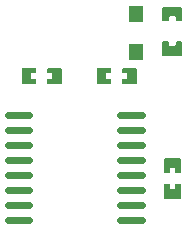
<source format=gtp>
G04 Layer: TopPasteMaskLayer*
G04 EasyEDA v6.4.25, 2021-09-25T13:37:10+12:00*
G04 999b5c9e67184b5eb4e2c979d079c973,63364df06a3448e09d62fec64a914f60,10*
G04 Gerber Generator version 0.2*
G04 Scale: 100 percent, Rotated: No, Reflected: No *
G04 Dimensions in millimeters *
G04 leading zeros omitted , absolute positions ,4 integer and 5 decimal *
%FSLAX45Y45*%
%MOMM*%

%ADD11C,0.5740*%
%ADD15R,1.2192X1.4000*%

%LPD*%
G36*
X3671468Y5500522D02*
G01*
X3661460Y5490514D01*
X3661460Y5389727D01*
X3671468Y5379770D01*
X3821531Y5379770D01*
X3831539Y5389727D01*
X3831539Y5490514D01*
X3821531Y5500522D01*
X3785412Y5500522D01*
X3775405Y5490514D01*
X3775405Y5469432D01*
X3765397Y5459425D01*
X3727602Y5459425D01*
X3717594Y5469432D01*
X3717594Y5490514D01*
X3707587Y5500522D01*
G37*
G36*
X3671468Y5796229D02*
G01*
X3661460Y5786272D01*
X3661460Y5685485D01*
X3671468Y5675477D01*
X3707587Y5675477D01*
X3717594Y5685485D01*
X3717594Y5706567D01*
X3727602Y5716574D01*
X3765397Y5716574D01*
X3775405Y5706567D01*
X3775405Y5685485D01*
X3785412Y5675477D01*
X3821531Y5675477D01*
X3831539Y5685485D01*
X3831539Y5786272D01*
X3821531Y5796229D01*
G37*
G36*
X3684524Y4510887D02*
G01*
X3679494Y4505909D01*
X3679494Y4390898D01*
X3684524Y4385919D01*
X3726484Y4386376D01*
X3726484Y4430420D01*
X3771493Y4430420D01*
X3771493Y4385411D01*
X3812489Y4385919D01*
X3817518Y4390898D01*
X3817518Y4505909D01*
X3812489Y4510887D01*
G37*
G36*
X3684524Y4295902D02*
G01*
X3679494Y4290923D01*
X3679494Y4175912D01*
X3684524Y4170883D01*
X3812489Y4170883D01*
X3817518Y4175912D01*
X3817518Y4290923D01*
X3812489Y4295902D01*
X3771493Y4295394D01*
X3771493Y4251401D01*
X3726484Y4251401D01*
X3726484Y4295902D01*
G37*
G36*
X3111601Y5275986D02*
G01*
X3106572Y5271008D01*
X3106572Y5142992D01*
X3111601Y5138013D01*
X3226612Y5138013D01*
X3231591Y5142992D01*
X3231083Y5185003D01*
X3187090Y5185003D01*
X3187090Y5230012D01*
X3232099Y5230012D01*
X3231591Y5271008D01*
X3226612Y5275986D01*
G37*
G36*
X3326587Y5275986D02*
G01*
X3321608Y5271008D01*
X3322116Y5230012D01*
X3366109Y5230012D01*
X3366109Y5185003D01*
X3321608Y5185003D01*
X3321608Y5142992D01*
X3326587Y5138013D01*
X3441598Y5138013D01*
X3446576Y5142992D01*
X3446576Y5271008D01*
X3441598Y5275986D01*
G37*
G36*
X2476601Y5275986D02*
G01*
X2471572Y5271008D01*
X2471572Y5142992D01*
X2476601Y5138013D01*
X2591612Y5138013D01*
X2596591Y5142992D01*
X2596083Y5185003D01*
X2552090Y5185003D01*
X2552090Y5230012D01*
X2597099Y5230012D01*
X2596591Y5271008D01*
X2591612Y5275986D01*
G37*
G36*
X2691587Y5275986D02*
G01*
X2686608Y5271008D01*
X2687116Y5230012D01*
X2731109Y5230012D01*
X2731109Y5185003D01*
X2686608Y5185003D01*
X2686608Y5142992D01*
X2691587Y5138013D01*
X2806598Y5138013D01*
X2811576Y5142992D01*
X2811576Y5271008D01*
X2806598Y5275986D01*
G37*
D11*
X2537294Y4876800D02*
G01*
X2354643Y4876800D01*
X2537294Y4749800D02*
G01*
X2354643Y4749800D01*
X2537294Y4622800D02*
G01*
X2354643Y4622800D01*
X2537294Y4495800D02*
G01*
X2354643Y4495800D01*
X2537294Y4368800D02*
G01*
X2354643Y4368800D01*
X2537294Y4241800D02*
G01*
X2354643Y4241800D01*
X2537294Y4114800D02*
G01*
X2354643Y4114800D01*
X2537294Y3987800D02*
G01*
X2354643Y3987800D01*
X3487356Y4876800D02*
G01*
X3304705Y4876800D01*
X3487356Y4749800D02*
G01*
X3304705Y4749800D01*
X3487356Y4622800D02*
G01*
X3304705Y4622800D01*
X3487356Y4495800D02*
G01*
X3304705Y4495800D01*
X3487356Y4368800D02*
G01*
X3304705Y4368800D01*
X3487356Y4241800D02*
G01*
X3304705Y4241800D01*
X3487356Y4114800D02*
G01*
X3304705Y4114800D01*
X3487356Y3987800D02*
G01*
X3304705Y3987800D01*
D15*
G01*
X3441700Y5735294D03*
G01*
X3441700Y5415305D03*
M02*

</source>
